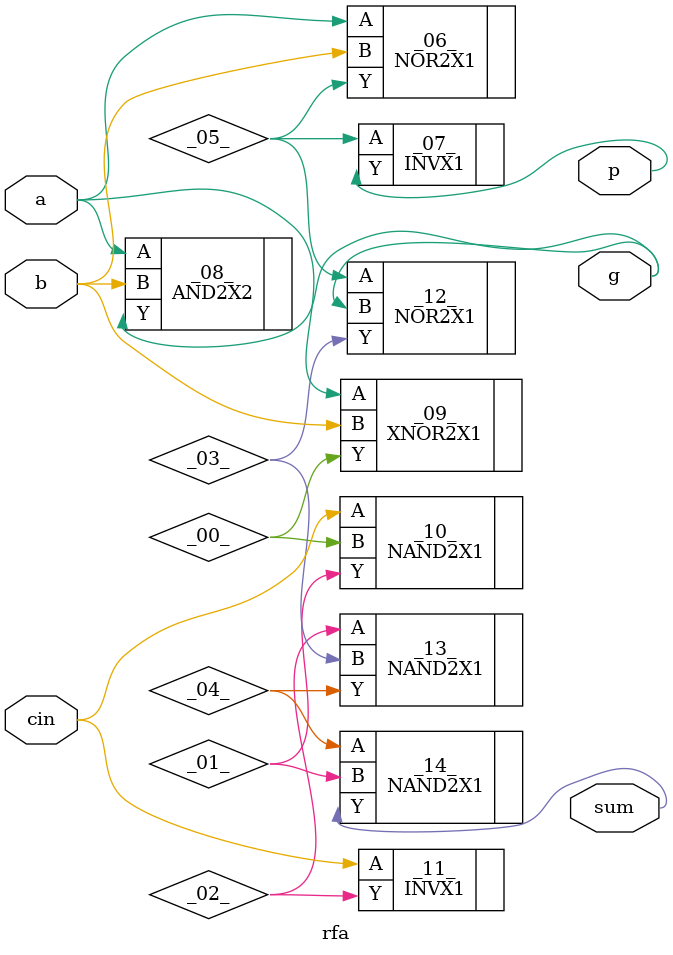
<source format=v>
/* Generated by Yosys 0.5 (git sha1 c3c9fbf, gcc 4.9.2-10ubuntu5 -O2 -fstack-protector-strong -fPIC -Os) */

module FA(Sum, Cout, A, B, Cin);
  wire _00_;
  wire _01_;
  wire _02_;
  wire _03_;
  wire _04_;
  wire _05_;
  wire _06_;
  wire _07_;
  input A;
  input B;
  input Cin;
  output Cout;
  output Sum;
  AND2X2 _08_ (
    .A(B),
    .B(A),
    .Y(_05_)
  );
  NOR2X1 _09_ (
    .A(Cin),
    .B(_05_),
    .Y(_06_)
  );
  NOR2X1 _10_ (
    .A(B),
    .B(A),
    .Y(_07_)
  );
  NOR2X1 _11_ (
    .A(_07_),
    .B(_06_),
    .Y(Cout)
  );
  XNOR2X1 _12_ (
    .A(B),
    .B(A),
    .Y(_00_)
  );
  NAND2X1 _13_ (
    .A(Cin),
    .B(_00_),
    .Y(_01_)
  );
  INVX1 _14_ (
    .A(Cin),
    .Y(_02_)
  );
  NOR2X1 _15_ (
    .A(_07_),
    .B(_05_),
    .Y(_03_)
  );
  NAND2X1 _16_ (
    .A(_02_),
    .B(_03_),
    .Y(_04_)
  );
  NAND2X1 _17_ (
    .A(_04_),
    .B(_01_),
    .Y(Sum)
  );
endmodule

module MFA(Sum, Cout, A, B, Sin, Cin);
  wire _00_;
  wire _01_;
  wire _02_;
  wire _03_;
  wire _04_;
  input A;
  input B;
  input Cin;
  output Cout;
  input Sin;
  output Sum;
  AND2X2 _05_ (
    .A(Sin),
    .B(Cin),
    .Y(_02_)
  );
  NOR2X1 _06_ (
    .A(Sin),
    .B(Cin),
    .Y(_03_)
  );
  NAND2X1 _07_ (
    .A(A),
    .B(B),
    .Y(_04_)
  );
  NOR2X1 _08_ (
    .A(_04_),
    .B(_03_),
    .Y(_00_)
  );
  OR2X2 _09_ (
    .A(_00_),
    .B(_02_),
    .Y(Cout)
  );
  NOR2X1 _10_ (
    .A(_03_),
    .B(_02_),
    .Y(_01_)
  );
  XNOR2X1 _11_ (
    .A(_01_),
    .B(_04_),
    .Y(Sum)
  );
endmodule

module MHA(Sum, Cout, A, B, Sin);
  wire _0_;
  wire _1_;
  input A;
  input B;
  output Cout;
  input Sin;
  output Sum;
  INVX1 _2_ (
    .A(Sin),
    .Y(_0_)
  );
  NAND2X1 _3_ (
    .A(A),
    .B(B),
    .Y(_1_)
  );
  NOR2X1 _4_ (
    .A(_0_),
    .B(_1_),
    .Y(Cout)
  );
  XNOR2X1 _5_ (
    .A(_1_),
    .B(Sin),
    .Y(Sum)
  );
endmodule

module NMFA(Sum, Cout, A, B, Sin, Cin);
  wire _00_;
  wire _01_;
  wire _02_;
  wire _03_;
  wire _04_;
  wire _05_;
  wire _06_;
  wire _07_;
  wire _08_;
  wire _09_;
  wire _10_;
  input A;
  input B;
  input Cin;
  output Cout;
  input Sin;
  output Sum;
  NAND2X1 _11_ (
    .A(Sin),
    .B(Cin),
    .Y(_08_)
  );
  OR2X2 _12_ (
    .A(Sin),
    .B(Cin),
    .Y(_09_)
  );
  NAND2X1 _13_ (
    .A(A),
    .B(B),
    .Y(_10_)
  );
  NAND2X1 _14_ (
    .A(_10_),
    .B(_09_),
    .Y(_00_)
  );
  NAND2X1 _15_ (
    .A(_08_),
    .B(_00_),
    .Y(Cout)
  );
  NAND2X1 _16_ (
    .A(_08_),
    .B(_09_),
    .Y(_01_)
  );
  NAND2X1 _17_ (
    .A(_10_),
    .B(_01_),
    .Y(_02_)
  );
  INVX1 _18_ (
    .A(_10_),
    .Y(_03_)
  );
  AND2X2 _19_ (
    .A(Sin),
    .B(Cin),
    .Y(_04_)
  );
  NOR2X1 _20_ (
    .A(Sin),
    .B(Cin),
    .Y(_05_)
  );
  NOR2X1 _21_ (
    .A(_05_),
    .B(_04_),
    .Y(_06_)
  );
  NAND2X1 _22_ (
    .A(_03_),
    .B(_06_),
    .Y(_07_)
  );
  NAND2X1 _23_ (
    .A(_07_),
    .B(_02_),
    .Y(Sum)
  );
endmodule

module bclg4(cout, gout, pout, g, p, cin);
  wire _00_;
  wire _01_;
  wire _02_;
  wire _03_;
  wire _04_;
  wire _05_;
  wire _06_;
  wire _07_;
  wire _08_;
  wire _09_;
  wire _10_;
  wire _11_;
  wire _12_;
  wire _13_;
  wire _14_;
  wire _15_;
  input cin;
  output [2:0] cout;
  input [3:0] g;
  output gout;
  input [3:0] p;
  output pout;
  INVX1 _16_ (
    .A(p[2]),
    .Y(_00_)
  );
  NAND2X1 _17_ (
    .A(p[1]),
    .B(p[0]),
    .Y(_01_)
  );
  NOR2X1 _18_ (
    .A(_00_),
    .B(_01_),
    .Y(_02_)
  );
  AND2X2 _19_ (
    .A(_02_),
    .B(p[3]),
    .Y(pout)
  );
  OR2X2 _20_ (
    .A(p[2]),
    .B(g[2]),
    .Y(_03_)
  );
  NAND2X1 _21_ (
    .A(g[0]),
    .B(p[1]),
    .Y(_04_)
  );
  NOR2X1 _22_ (
    .A(g[1]),
    .B(g[2]),
    .Y(_05_)
  );
  NAND2X1 _23_ (
    .A(_04_),
    .B(_05_),
    .Y(_06_)
  );
  NAND2X1 _24_ (
    .A(_03_),
    .B(_06_),
    .Y(_07_)
  );
  NAND2X1 _25_ (
    .A(cin),
    .B(_02_),
    .Y(_08_)
  );
  NAND2X1 _26_ (
    .A(_08_),
    .B(_07_),
    .Y(cout[2])
  );
  INVX1 _27_ (
    .A(g[1]),
    .Y(_09_)
  );
  NAND2X1 _28_ (
    .A(_09_),
    .B(_04_),
    .Y(cout[1])
  );
  AND2X2 _29_ (
    .A(p[3]),
    .B(g[2]),
    .Y(_10_)
  );
  NOR2X1 _30_ (
    .A(g[3]),
    .B(_10_),
    .Y(_11_)
  );
  AND2X2 _31_ (
    .A(p[3]),
    .B(p[2]),
    .Y(_12_)
  );
  NAND2X1 _32_ (
    .A(_12_),
    .B(cout[1]),
    .Y(_13_)
  );
  NAND2X1 _33_ (
    .A(_11_),
    .B(_13_),
    .Y(gout)
  );
  INVX1 _34_ (
    .A(g[0]),
    .Y(_14_)
  );
  NAND2X1 _35_ (
    .A(cin),
    .B(p[0]),
    .Y(_15_)
  );
  NAND2X1 _36_ (
    .A(_14_),
    .B(_15_),
    .Y(cout[0])
  );
endmodule

module cla16(sum, a, b);
  input [15:0] a;
  input [15:0] b;
  wire [14:0] carry;
  wire [15:0] g;
  wire [4:0] gout;
  wire [15:0] p;
  wire [4:0] pout;
  output [16:0] sum;
  bclg4 bclg118 (
    .cin(carry[7]),
    .cout(carry[10:8]),
    .g(g[11:8]),
    .gout(gout[2]),
    .p(p[11:8]),
    .pout(pout[2])
  );
  bclg4 bclg1512 (
    .cin(carry[11]),
    .cout(carry[14:12]),
    .g(g[15:12]),
    .gout(gout[3]),
    .p(p[15:12]),
    .pout(pout[3])
  );
  bclg4 bclg30 (
    .cin(1'b0),
    .cout(carry[2:0]),
    .g(g[3:0]),
    .gout(gout[0]),
    .p(p[3:0]),
    .pout(pout[0])
  );
  bclg4 bclg74 (
    .cin(carry[3]),
    .cout(carry[6:4]),
    .g(g[7:4]),
    .gout(gout[1]),
    .p(p[7:4]),
    .pout(pout[1])
  );
  bclg4 bclg_150 (
    .cin(1'b0),
    .cout({ carry[11], carry[7], carry[3] }),
    .g(gout[3:0]),
    .gout(gout[4]),
    .p(pout[3:0]),
    .pout(pout[4])
  );
  rfa rfa0 (
    .a(a[0]),
    .b(b[0]),
    .cin(1'b0),
    .g(g[0]),
    .p(p[0]),
    .sum(sum[0])
  );
  rfa rfa1 (
    .a(a[1]),
    .b(b[1]),
    .cin(carry[0]),
    .g(g[1]),
    .p(p[1]),
    .sum(sum[1])
  );
  rfa rfa10 (
    .a(a[10]),
    .b(b[10]),
    .cin(carry[9]),
    .g(g[10]),
    .p(p[10]),
    .sum(sum[10])
  );
  rfa rfa11 (
    .a(a[11]),
    .b(b[11]),
    .cin(carry[10]),
    .g(g[11]),
    .p(p[11]),
    .sum(sum[11])
  );
  rfa rfa12 (
    .a(a[12]),
    .b(b[12]),
    .cin(carry[11]),
    .g(g[12]),
    .p(p[12]),
    .sum(sum[12])
  );
  rfa rfa13 (
    .a(a[13]),
    .b(b[13]),
    .cin(carry[12]),
    .g(g[13]),
    .p(p[13]),
    .sum(sum[13])
  );
  rfa rfa14 (
    .a(a[14]),
    .b(b[14]),
    .cin(carry[13]),
    .g(g[14]),
    .p(p[14]),
    .sum(sum[14])
  );
  rfa rfa15 (
    .a(a[15]),
    .b(b[15]),
    .cin(carry[14]),
    .g(g[15]),
    .p(p[15]),
    .sum(sum[15])
  );
  rfa rfa2 (
    .a(a[2]),
    .b(b[2]),
    .cin(carry[1]),
    .g(g[2]),
    .p(p[2]),
    .sum(sum[2])
  );
  rfa rfa3 (
    .a(a[3]),
    .b(b[3]),
    .cin(carry[2]),
    .g(g[3]),
    .p(p[3]),
    .sum(sum[3])
  );
  rfa rfa4 (
    .a(a[4]),
    .b(b[4]),
    .cin(carry[3]),
    .g(g[4]),
    .p(p[4]),
    .sum(sum[4])
  );
  rfa rfa5 (
    .a(a[5]),
    .b(b[5]),
    .cin(carry[4]),
    .g(g[5]),
    .p(p[5]),
    .sum(sum[5])
  );
  rfa rfa6 (
    .a(a[6]),
    .b(b[6]),
    .cin(carry[5]),
    .g(g[6]),
    .p(p[6]),
    .sum(sum[6])
  );
  rfa rfa7 (
    .a(a[7]),
    .b(b[7]),
    .cin(carry[6]),
    .g(g[7]),
    .p(p[7]),
    .sum(sum[7])
  );
  rfa rfa8 (
    .a(a[8]),
    .b(b[8]),
    .cin(carry[7]),
    .g(g[8]),
    .p(p[8]),
    .sum(sum[8])
  );
  rfa rfa9 (
    .a(a[9]),
    .b(b[9]),
    .cin(carry[8]),
    .g(g[9]),
    .p(p[9]),
    .sum(sum[9])
  );
  assign sum[16] = gout[4];
endmodule

module dffr_17(q, d, clk, reset);
  input clk;
  input [16:0] d;
  output [16:0] q;
  input reset;
  DFFSR _00_ (
    .CLK(clk),
    .D(d[0]),
    .Q(q[0]),
    .R(reset),
    .S(1'b1)
  );
  DFFSR _01_ (
    .CLK(clk),
    .D(d[1]),
    .Q(q[1]),
    .R(reset),
    .S(1'b1)
  );
  DFFSR _02_ (
    .CLK(clk),
    .D(d[2]),
    .Q(q[2]),
    .R(reset),
    .S(1'b1)
  );
  DFFSR _03_ (
    .CLK(clk),
    .D(d[3]),
    .Q(q[3]),
    .R(reset),
    .S(1'b1)
  );
  DFFSR _04_ (
    .CLK(clk),
    .D(d[4]),
    .Q(q[4]),
    .R(reset),
    .S(1'b1)
  );
  DFFSR _05_ (
    .CLK(clk),
    .D(d[5]),
    .Q(q[5]),
    .R(reset),
    .S(1'b1)
  );
  DFFSR _06_ (
    .CLK(clk),
    .D(d[6]),
    .Q(q[6]),
    .R(reset),
    .S(1'b1)
  );
  DFFSR _07_ (
    .CLK(clk),
    .D(d[7]),
    .Q(q[7]),
    .R(reset),
    .S(1'b1)
  );
  DFFSR _08_ (
    .CLK(clk),
    .D(d[8]),
    .Q(q[8]),
    .R(reset),
    .S(1'b1)
  );
  DFFSR _09_ (
    .CLK(clk),
    .D(d[9]),
    .Q(q[9]),
    .R(reset),
    .S(1'b1)
  );
  DFFSR _10_ (
    .CLK(clk),
    .D(d[10]),
    .Q(q[10]),
    .R(reset),
    .S(1'b1)
  );
  DFFSR _11_ (
    .CLK(clk),
    .D(d[11]),
    .Q(q[11]),
    .R(reset),
    .S(1'b1)
  );
  DFFSR _12_ (
    .CLK(clk),
    .D(d[12]),
    .Q(q[12]),
    .R(reset),
    .S(1'b1)
  );
  DFFSR _13_ (
    .CLK(clk),
    .D(d[13]),
    .Q(q[13]),
    .R(reset),
    .S(1'b1)
  );
  DFFSR _14_ (
    .CLK(clk),
    .D(d[14]),
    .Q(q[14]),
    .R(reset),
    .S(1'b1)
  );
  DFFSR _15_ (
    .CLK(clk),
    .D(d[15]),
    .Q(q[15]),
    .R(reset),
    .S(1'b1)
  );
  DFFSR _16_ (
    .CLK(clk),
    .D(d[16]),
    .Q(q[16]),
    .R(reset),
    .S(1'b1)
  );
endmodule

module multi(P, A, B);
  input [7:0] A;
  input [7:0] B;
  output [15:0] P;
  wire wa10;
  wire wa20;
  wire wa30;
  wire wa40;
  wire wa50;
  wire wa60;
  wire wa77;
  wire wfac08;
  wire wfac18;
  wire wfac28;
  wire wfac38;
  wire wfac48;
  wire wfac58;
  wire wfac68;
  wire wmfc02;
  wire wmfc03;
  wire wmfc04;
  wire wmfc05;
  wire wmfc06;
  wire wmfc12;
  wire wmfc13;
  wire wmfc14;
  wire wmfc15;
  wire wmfc16;
  wire wmfc22;
  wire wmfc23;
  wire wmfc24;
  wire wmfc25;
  wire wmfc26;
  wire wmfc32;
  wire wmfc33;
  wire wmfc34;
  wire wmfc35;
  wire wmfc36;
  wire wmfc42;
  wire wmfc43;
  wire wmfc44;
  wire wmfc45;
  wire wmfc46;
  wire wmfc52;
  wire wmfc53;
  wire wmfc54;
  wire wmfc55;
  wire wmfc56;
  wire wmfc62;
  wire wmfc63;
  wire wmfc64;
  wire wmfc65;
  wire wmfc66;
  wire wmfs12;
  wire wmfs13;
  wire wmfs14;
  wire wmfs15;
  wire wmfs16;
  wire wmfs22;
  wire wmfs23;
  wire wmfs24;
  wire wmfs25;
  wire wmfs26;
  wire wmfs32;
  wire wmfs33;
  wire wmfs34;
  wire wmfs35;
  wire wmfs36;
  wire wmfs42;
  wire wmfs43;
  wire wmfs44;
  wire wmfs45;
  wire wmfs46;
  wire wmfs52;
  wire wmfs53;
  wire wmfs54;
  wire wmfs55;
  wire wmfs56;
  wire wmfs62;
  wire wmfs63;
  wire wmfs64;
  wire wmfs65;
  wire wmfs66;
  wire wmhc01;
  wire wmhc11;
  wire wmhc21;
  wire wmhc31;
  wire wmhc41;
  wire wmhc51;
  wire wmhc61;
  wire wmhs11;
  wire wmhs21;
  wire wmhs31;
  wire wmhs41;
  wire wmhs51;
  wire wmhs61;
  wire wn70;
  wire wn71;
  wire wn72;
  wire wn73;
  wire wn74;
  wire wn75;
  wire wn76;
  wire wnmfc07;
  wire wnmfc17;
  wire wnmfc27;
  wire wnmfc37;
  wire wnmfc47;
  wire wnmfc57;
  wire wnmfc67;
  wire wnmfs17;
  wire wnmfs27;
  wire wnmfs37;
  wire wnmfs47;
  wire wnmfs57;
  wire wnmfs67;
  INVX1 _00_ (
    .A(wfac68),
    .Y(P[15])
  );
  AND2X2 _01_ (
    .A(A[7]),
    .B(B[7]),
    .Y(wa77)
  );
  NAND2X1 _02_ (
    .A(A[7]),
    .B(B[6]),
    .Y(wn76)
  );
  NAND2X1 _03_ (
    .A(A[7]),
    .B(B[5]),
    .Y(wn75)
  );
  NAND2X1 _04_ (
    .A(A[7]),
    .B(B[4]),
    .Y(wn74)
  );
  NAND2X1 _05_ (
    .A(A[7]),
    .B(B[3]),
    .Y(wn73)
  );
  NAND2X1 _06_ (
    .A(A[7]),
    .B(B[2]),
    .Y(wn72)
  );
  NAND2X1 _07_ (
    .A(A[7]),
    .B(B[1]),
    .Y(wn71)
  );
  NAND2X1 _08_ (
    .A(A[7]),
    .B(B[0]),
    .Y(wn70)
  );
  AND2X2 _09_ (
    .A(B[0]),
    .B(A[6]),
    .Y(wa60)
  );
  AND2X2 _10_ (
    .A(B[0]),
    .B(A[5]),
    .Y(wa50)
  );
  AND2X2 _11_ (
    .A(B[0]),
    .B(A[4]),
    .Y(wa40)
  );
  AND2X2 _12_ (
    .A(B[0]),
    .B(A[3]),
    .Y(wa30)
  );
  AND2X2 _13_ (
    .A(B[0]),
    .B(A[2]),
    .Y(wa20)
  );
  AND2X2 _14_ (
    .A(B[0]),
    .B(A[1]),
    .Y(wa10)
  );
  AND2X2 _15_ (
    .A(B[0]),
    .B(A[0]),
    .Y(P[0])
  );
  FA fa08 (
    .A(wnmfc07),
    .B(wnmfs17),
    .Cin(1'b1),
    .Cout(wfac08),
    .Sum(P[8])
  );
  FA fa18 (
    .A(wnmfc17),
    .B(wnmfs27),
    .Cin(wfac08),
    .Cout(wfac18),
    .Sum(P[9])
  );
  FA fa28 (
    .A(wnmfc27),
    .B(wnmfs37),
    .Cin(wfac18),
    .Cout(wfac28),
    .Sum(P[10])
  );
  FA fa38 (
    .A(wnmfc37),
    .B(wnmfs47),
    .Cin(wfac28),
    .Cout(wfac38),
    .Sum(P[11])
  );
  FA fa48 (
    .A(wnmfc47),
    .B(wnmfs57),
    .Cin(wfac38),
    .Cout(wfac48),
    .Sum(P[12])
  );
  FA fa58 (
    .A(wnmfc57),
    .B(wnmfs67),
    .Cin(wfac48),
    .Cout(wfac58),
    .Sum(P[13])
  );
  FA fa68 (
    .A(wnmfc67),
    .B(wa77),
    .Cin(wfac58),
    .Cout(wfac68),
    .Sum(P[14])
  );
  MFA mfa02 (
    .A(A[0]),
    .B(B[2]),
    .Cin(wmhc01),
    .Cout(wmfc02),
    .Sin(wmhs11),
    .Sum(P[2])
  );
  MFA mfa03 (
    .A(A[0]),
    .B(B[3]),
    .Cin(wmfc02),
    .Cout(wmfc03),
    .Sin(wmfs12),
    .Sum(P[3])
  );
  MFA mfa04 (
    .A(A[0]),
    .B(B[4]),
    .Cin(wmfc03),
    .Cout(wmfc04),
    .Sin(wmfs13),
    .Sum(P[4])
  );
  MFA mfa05 (
    .A(A[0]),
    .B(B[5]),
    .Cin(wmfc04),
    .Cout(wmfc05),
    .Sin(wmfs14),
    .Sum(P[5])
  );
  MFA mfa06 (
    .A(A[0]),
    .B(B[6]),
    .Cin(wmfc05),
    .Cout(wmfc06),
    .Sin(wmfs15),
    .Sum(P[6])
  );
  MFA mfa12 (
    .A(A[1]),
    .B(B[2]),
    .Cin(wmhc11),
    .Cout(wmfc12),
    .Sin(wmhs21),
    .Sum(wmfs12)
  );
  MFA mfa13 (
    .A(A[1]),
    .B(B[3]),
    .Cin(wmfc12),
    .Cout(wmfc13),
    .Sin(wmfs22),
    .Sum(wmfs13)
  );
  MFA mfa14 (
    .A(A[1]),
    .B(B[4]),
    .Cin(wmfc13),
    .Cout(wmfc14),
    .Sin(wmfs23),
    .Sum(wmfs14)
  );
  MFA mfa15 (
    .A(A[1]),
    .B(B[5]),
    .Cin(wmfc14),
    .Cout(wmfc15),
    .Sin(wmfs24),
    .Sum(wmfs15)
  );
  MFA mfa16 (
    .A(A[1]),
    .B(B[6]),
    .Cin(wmfc15),
    .Cout(wmfc16),
    .Sin(wmfs25),
    .Sum(wmfs16)
  );
  MFA mfa22 (
    .A(A[2]),
    .B(B[2]),
    .Cin(wmhc21),
    .Cout(wmfc22),
    .Sin(wmhs31),
    .Sum(wmfs22)
  );
  MFA mfa23 (
    .A(A[2]),
    .B(B[3]),
    .Cin(wmfc22),
    .Cout(wmfc23),
    .Sin(wmfs32),
    .Sum(wmfs23)
  );
  MFA mfa24 (
    .A(A[2]),
    .B(B[4]),
    .Cin(wmfc23),
    .Cout(wmfc24),
    .Sin(wmfs33),
    .Sum(wmfs24)
  );
  MFA mfa25 (
    .A(A[2]),
    .B(B[5]),
    .Cin(wmfc24),
    .Cout(wmfc25),
    .Sin(wmfs34),
    .Sum(wmfs25)
  );
  MFA mfa26 (
    .A(A[2]),
    .B(B[6]),
    .Cin(wmfc25),
    .Cout(wmfc26),
    .Sin(wmfs35),
    .Sum(wmfs26)
  );
  MFA mfa32 (
    .A(A[3]),
    .B(B[2]),
    .Cin(wmhc31),
    .Cout(wmfc32),
    .Sin(wmhs41),
    .Sum(wmfs32)
  );
  MFA mfa33 (
    .A(A[3]),
    .B(B[3]),
    .Cin(wmfc32),
    .Cout(wmfc33),
    .Sin(wmfs42),
    .Sum(wmfs33)
  );
  MFA mfa34 (
    .A(A[3]),
    .B(B[4]),
    .Cin(wmfc33),
    .Cout(wmfc34),
    .Sin(wmfs43),
    .Sum(wmfs34)
  );
  MFA mfa35 (
    .A(A[3]),
    .B(B[5]),
    .Cin(wmfc34),
    .Cout(wmfc35),
    .Sin(wmfs44),
    .Sum(wmfs35)
  );
  MFA mfa36 (
    .A(A[3]),
    .B(B[6]),
    .Cin(wmfc35),
    .Cout(wmfc36),
    .Sin(wmfs45),
    .Sum(wmfs36)
  );
  MFA mfa42 (
    .A(A[4]),
    .B(B[2]),
    .Cin(wmhc41),
    .Cout(wmfc42),
    .Sin(wmhs51),
    .Sum(wmfs42)
  );
  MFA mfa43 (
    .A(A[4]),
    .B(B[3]),
    .Cin(wmfc42),
    .Cout(wmfc43),
    .Sin(wmfs52),
    .Sum(wmfs43)
  );
  MFA mfa44 (
    .A(A[4]),
    .B(B[4]),
    .Cin(wmfc43),
    .Cout(wmfc44),
    .Sin(wmfs53),
    .Sum(wmfs44)
  );
  MFA mfa45 (
    .A(A[4]),
    .B(B[5]),
    .Cin(wmfc44),
    .Cout(wmfc45),
    .Sin(wmfs54),
    .Sum(wmfs45)
  );
  MFA mfa46 (
    .A(A[4]),
    .B(B[6]),
    .Cin(wmfc45),
    .Cout(wmfc46),
    .Sin(wmfs55),
    .Sum(wmfs46)
  );
  MFA mfa52 (
    .A(A[5]),
    .B(B[2]),
    .Cin(wmhc51),
    .Cout(wmfc52),
    .Sin(wmhs61),
    .Sum(wmfs52)
  );
  MFA mfa53 (
    .A(A[5]),
    .B(B[3]),
    .Cin(wmfc52),
    .Cout(wmfc53),
    .Sin(wmfs62),
    .Sum(wmfs53)
  );
  MFA mfa54 (
    .A(A[5]),
    .B(B[4]),
    .Cin(wmfc53),
    .Cout(wmfc54),
    .Sin(wmfs63),
    .Sum(wmfs54)
  );
  MFA mfa55 (
    .A(A[5]),
    .B(B[5]),
    .Cin(wmfc54),
    .Cout(wmfc55),
    .Sin(wmfs64),
    .Sum(wmfs55)
  );
  MFA mfa56 (
    .A(A[5]),
    .B(B[6]),
    .Cin(wmfc55),
    .Cout(wmfc56),
    .Sin(wmfs65),
    .Sum(wmfs56)
  );
  MFA mfa62 (
    .A(A[6]),
    .B(B[2]),
    .Cin(wmhc61),
    .Cout(wmfc62),
    .Sin(wn71),
    .Sum(wmfs62)
  );
  MFA mfa63 (
    .A(A[6]),
    .B(B[3]),
    .Cin(wmfc62),
    .Cout(wmfc63),
    .Sin(wn72),
    .Sum(wmfs63)
  );
  MFA mfa64 (
    .A(A[6]),
    .B(B[4]),
    .Cin(wmfc63),
    .Cout(wmfc64),
    .Sin(wn73),
    .Sum(wmfs64)
  );
  MFA mfa65 (
    .A(A[6]),
    .B(B[5]),
    .Cin(wmfc64),
    .Cout(wmfc65),
    .Sin(wn74),
    .Sum(wmfs65)
  );
  MFA mfa66 (
    .A(A[6]),
    .B(B[6]),
    .Cin(wmfc65),
    .Cout(wmfc66),
    .Sin(wn75),
    .Sum(wmfs66)
  );
  MHA mha01 (
    .A(A[0]),
    .B(B[1]),
    .Cout(wmhc01),
    .Sin(wa10),
    .Sum(P[1])
  );
  MHA mha11 (
    .A(A[1]),
    .B(B[1]),
    .Cout(wmhc11),
    .Sin(wa20),
    .Sum(wmhs11)
  );
  MHA mha21 (
    .A(A[2]),
    .B(B[1]),
    .Cout(wmhc21),
    .Sin(wa30),
    .Sum(wmhs21)
  );
  MHA mha31 (
    .A(A[3]),
    .B(B[1]),
    .Cout(wmhc31),
    .Sin(wa40),
    .Sum(wmhs31)
  );
  MHA mha41 (
    .A(A[4]),
    .B(B[1]),
    .Cout(wmhc41),
    .Sin(wa50),
    .Sum(wmhs41)
  );
  MHA mha51 (
    .A(A[5]),
    .B(B[1]),
    .Cout(wmhc51),
    .Sin(wa60),
    .Sum(wmhs51)
  );
  MHA mha61 (
    .A(A[6]),
    .B(B[1]),
    .Cout(wmhc61),
    .Sin(wn70),
    .Sum(wmhs61)
  );
  NMFA nmfa07 (
    .A(A[0]),
    .B(B[7]),
    .Cin(wmfc06),
    .Cout(wnmfc07),
    .Sin(wmfs16),
    .Sum(P[7])
  );
  NMFA nmfa17 (
    .A(A[1]),
    .B(B[7]),
    .Cin(wmfc16),
    .Cout(wnmfc17),
    .Sin(wmfs26),
    .Sum(wnmfs17)
  );
  NMFA nmfa27 (
    .A(A[2]),
    .B(B[7]),
    .Cin(wmfc26),
    .Cout(wnmfc27),
    .Sin(wmfs36),
    .Sum(wnmfs27)
  );
  NMFA nmfa37 (
    .A(A[3]),
    .B(B[7]),
    .Cin(wmfc36),
    .Cout(wnmfc37),
    .Sin(wmfs46),
    .Sum(wnmfs37)
  );
  NMFA nmfa47 (
    .A(A[4]),
    .B(B[7]),
    .Cin(wmfc46),
    .Cout(wnmfc47),
    .Sin(wmfs56),
    .Sum(wnmfs47)
  );
  NMFA nmfa57 (
    .A(A[5]),
    .B(B[7]),
    .Cin(wmfc56),
    .Cout(wnmfc57),
    .Sin(wmfs66),
    .Sum(wnmfs57)
  );
  NMFA nmfa67 (
    .A(A[6]),
    .B(B[7]),
    .Cin(wmfc66),
    .Cout(wnmfc67),
    .Sin(wn76),
    .Sum(wnmfs67)
  );
endmodule

module multiplyadd(result, a, b, reset, clk);
  input [7:0] a;
  input [7:0] b;
  input clk;
  wire [15:0] multiplication;
  input reset;
  output [16:0] result;
  wire [16:0] sum;
  dffr_17 accu_output (
    .clk(clk),
    .d(sum),
    .q(result),
    .reset(reset)
  );
  cla16 cla16_module (
    .a(multiplication),
    .b(result[15:0]),
    .sum(sum)
  );
  multi multi_module (
    .A(a),
    .B(b),
    .P(multiplication)
  );
endmodule

module rfa(sum, g, p, a, b, cin);
  wire _00_;
  wire _01_;
  wire _02_;
  wire _03_;
  wire _04_;
  wire _05_;
  input a;
  input b;
  input cin;
  output g;
  output p;
  output sum;
  NOR2X1 _06_ (
    .A(a),
    .B(b),
    .Y(_05_)
  );
  INVX1 _07_ (
    .A(_05_),
    .Y(p)
  );
  AND2X2 _08_ (
    .A(a),
    .B(b),
    .Y(g)
  );
  XNOR2X1 _09_ (
    .A(a),
    .B(b),
    .Y(_00_)
  );
  NAND2X1 _10_ (
    .A(cin),
    .B(_00_),
    .Y(_01_)
  );
  INVX1 _11_ (
    .A(cin),
    .Y(_02_)
  );
  NOR2X1 _12_ (
    .A(_05_),
    .B(g),
    .Y(_03_)
  );
  NAND2X1 _13_ (
    .A(_02_),
    .B(_03_),
    .Y(_04_)
  );
  NAND2X1 _14_ (
    .A(_04_),
    .B(_01_),
    .Y(sum)
  );
endmodule

</source>
